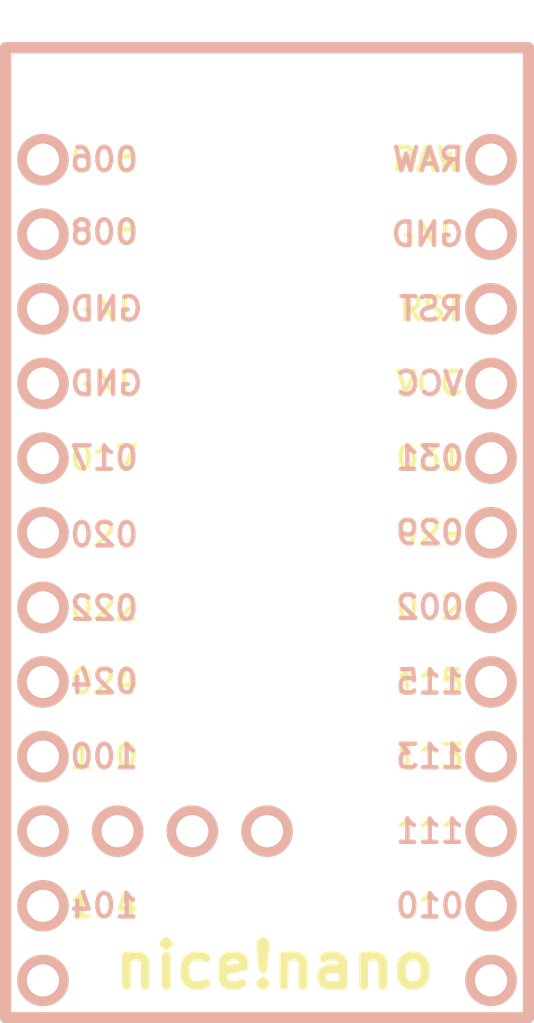
<source format=kicad_pcb>
(kicad_pcb (version 20211014) (generator pcbnew)
  (layers (0 "F.Cu" signal) (31 "B.Cu" signal) (34 "B.Paste" user) (35 "F.Paste" user) (36 "B.SilkS" user "B.Silkscreen") (37 "F.SilkS" user "F.Silkscreen") (38 "B.Mask" user) (39 "F.Mask" user) (44 "Edge.Cuts" user))
  (net 0 "")
  (footprint "nice-nano-kicad-master:nice_nano" (layer "F.Cu") (at 30.1625 35.71875 -90)
    (fp_text reference "U1" hide)
    (fp_text value "nice_nano" hide)
    (fp_text user "GND" (at -6.35 5.461) (layer "B.SilkS") (effects (font (size 0.8 0.8)) (justify mirror)))
    (fp_text user "031" (at -3.81 -5.537191) (layer "B.SilkS") (effects (font (size 0.8 0.8)) (justify mirror)))
    (fp_text user "020" (at -1.2 5.53719) (layer "B.SilkS") (effects (font (size 0.8 0.8)) (justify mirror)))
    (fp_text user "022" (at 1.3 5.53719) (layer "B.SilkS") (effects (font (size 0.8 0.8)) (justify mirror)))
    (fp_text user "010" (at 11.43 -5.537191) (layer "B.SilkS") (effects (font (size 0.8 0.8)) (justify mirror)))
    (fp_text user "024" (at 3.8 5.53719) (layer "B.SilkS") (effects (font (size 0.8 0.8)) (justify mirror)))
    (fp_text user "115" (at 3.81 -5.537191) (layer "B.SilkS") (effects (font (size 0.8 0.8)) (justify mirror)))
    (fp_text user "VCC" (at -6.35 -5.537191) (layer "B.SilkS") (effects (font (size 0.8 0.8)) (justify mirror)))
    (fp_text user "006" (at -13.97 5.53719) (layer "B.SilkS") (effects (font (size 0.8 0.8)) (justify mirror)))
    (fp_text user "GND" (at -8.89 5.461) (layer "B.SilkS") (effects (font (size 0.8 0.8)) (justify mirror)))
    (fp_text user "017" (at -3.81 5.53719) (layer "B.SilkS") (effects (font (size 0.8 0.8)) (justify mirror)))
    (fp_text user "111" (at 8.89 -5.537191) (layer "B.SilkS") (effects (font (size 0.8 0.8)) (justify mirror)))
    (fp_text user "GND" (at -11.43 -5.454667) (layer "B.SilkS") (effects (font (size 0.8 0.8)) (justify mirror)))
    (fp_text user "008" (at -11.5 5.53719) (layer "B.SilkS") (effects (font (size 0.8 0.8)) (justify mirror)))
    (fp_text user "104" (at 11.43 5.53719) (layer "B.SilkS") (effects (font (size 0.8 0.8)) (justify mirror)))
    (fp_text user "029" (at -1.27 -5.537191) (layer "B.SilkS") (effects (font (size 0.8 0.8)) (justify mirror)))
    (fp_text user "113" (at 6.35 -5.537191) (layer "B.SilkS") (effects (font (size 0.8 0.8)) (justify mirror)))
    (fp_text user "RAW" (at -13.97 -5.473715) (layer "B.SilkS") (effects (font (size 0.8 0.8)) (justify mirror)))
    (fp_text user "RST" (at -8.89 -5.588) (layer "B.SilkS") (effects (font (size 0.8 0.8)) (justify mirror)))
    (fp_text user "002" (at 1.27 -5.537191) (layer "B.SilkS") (effects (font (size 0.8 0.8)) (justify mirror)))
    (fp_text user "100" (at 6.35 5.53719) (layer "B.SilkS") (effects (font (size 0.8 0.8)) (justify mirror)))
    (fp_text user "VCC" (at -6.35 -5.537191) (layer "F.SilkS") (effects (font (size 0.8 0.8))))
    (fp_text user "GND" (at -11.43 -5.454667) (layer "F.SilkS") (effects (font (size 0.8 0.8))))
    (fp_text user "104" (at 11.43 5.53719) (layer "F.SilkS") (effects (font (size 0.8 0.8))))
    (fp_text user "024" (at 3.81 5.53719) (layer "F.SilkS") (effects (font (size 0.8 0.8))))
    (fp_text user "006" (at -13.97 5.53719) (layer "F.SilkS") (effects (font (size 0.8 0.8))))
    (fp_text user "RAW" (at -13.97 -5.473715) (layer "F.SilkS") (effects (font (size 0.8 0.8))))
    (fp_text user "113" (at 6.35 -5.537191) (layer "F.SilkS") (effects (font (size 0.8 0.8))))
    (fp_text user "GND" (at -6.35 5.461) (layer "F.SilkS") (effects (font (size 0.8 0.8))))
    (fp_text user "111" (at 8.89 -5.537191) (layer "F.SilkS") (effects (font (size 0.8 0.8))))
    (fp_text user "031" (at -3.81 -5.537191) (layer "F.SilkS") (effects (font (size 0.8 0.8))))
    (fp_text user "GND" (at -8.89 5.461) (layer "F.SilkS") (effects (font (size 0.8 0.8))))
    (fp_text user "010" (at 11.43 -5.537191) (layer "F.SilkS") (effects (font (size 0.8 0.8))))
    (fp_text user "nice!nano" (at 13.462 -0.254) (layer "F.SilkS") (effects (font (size 1.5 1.5) (thickness 0.3))))
    (fp_text user "100" (at 6.35 5.53719) (layer "F.SilkS") (effects (font (size 0.8 0.8))))
    (fp_text user "017" (at -3.8 5.53719) (layer "F.SilkS") (effects (font (size 0.8 0.8))))
    (fp_text user "115" (at 3.81 -5.537191) (layer "F.SilkS") (effects (font (size 0.8 0.8))))
    (fp_text user "008" (at -11.5 5.53719) (layer "F.SilkS") (effects (font (size 0.8 0.8))))
    (fp_text user "020" (at -1.2 5.53719) (layer "F.SilkS") (effects (font (size 0.8 0.8))))
    (fp_text user "022" (at 1.3 5.53719) (layer "F.SilkS") (effects (font (size 0.8 0.8))))
    (fp_text user "RST" (at -8.89 -5.588) (layer "F.SilkS") (effects (font (size 0.8 0.8))))
    (fp_text user "029" (at -1.27 -5.537191) (layer "F.SilkS") (effects (font (size 0.8 0.8))))
    (fp_text user "002" (at 1.27 -5.537191) (layer "F.SilkS") (effects (font (size 0.8 0.8))))
    (fp_line (start -17.78 -8.89) (end -17.78 8.89) (layer "B.SilkS") (width 0.381))
    (fp_line (start -17.78 8.89) (end 15.24 8.89) (layer "B.SilkS") (width 0.381))
    (fp_line (start 15.24 8.89) (end 15.24 -8.89) (layer "B.SilkS") (width 0.381))
    (fp_line (start 15.24 -8.89) (end -17.78 -8.89) (layer "B.SilkS") (width 0.381))
    (fp_line (start -15.24 8.89) (end 15.24 8.89) (layer "F.SilkS") (width 0.381))
    (fp_line (start -15.24 -8.89) (end -17.78 -8.89) (layer "F.SilkS") (width 0.381))
    (fp_line (start 15.24 -8.89) (end -15.24 -8.89) (layer "F.SilkS") (width 0.381))
    (fp_line (start -17.78 8.89) (end -15.24 8.89) (layer "F.SilkS") (width 0.381))
    (fp_line (start 15.24 8.89) (end 15.24 -8.89) (layer "F.SilkS") (width 0.381))
    (fp_line (start -17.78 -8.89) (end -17.78 8.89) (layer "F.SilkS") (width 0.381))
    (pad "1" thru_hole circle locked (at -13.97 7.62 270) (size 1.7526 1.7526) (drill 1.0922) (layers *.Cu *.SilkS *.Mask))
    (pad "2" thru_hole circle locked (at -11.43 7.62 270) (size 1.7526 1.7526) (drill 1.0922) (layers *.Cu *.SilkS *.Mask))
    (pad "3" thru_hole circle locked (at -8.89 7.62 270) (size 1.7526 1.7526) (drill 1.0922) (layers *.Cu *.SilkS *.Mask))
    (pad "4" thru_hole circle locked (at -6.35 7.62 270) (size 1.7526 1.7526) (drill 1.0922) (layers *.Cu *.SilkS *.Mask))
    (pad "5" thru_hole circle locked (at -3.81 7.62 270) (size 1.7526 1.7526) (drill 1.0922) (layers *.Cu *.SilkS *.Mask))
    (pad "6" thru_hole circle locked (at -1.27 7.62 270) (size 1.7526 1.7526) (drill 1.0922) (layers *.Cu *.SilkS *.Mask))
    (pad "7" thru_hole circle locked (at 1.27 7.62 270) (size 1.7526 1.7526) (drill 1.0922) (layers *.Cu *.SilkS *.Mask))
    (pad "8" thru_hole circle locked (at 3.81 7.62 270) (size 1.7526 1.7526) (drill 1.0922) (layers *.Cu *.SilkS *.Mask))
    (pad "9" thru_hole circle locked (at 6.35 7.62 270) (size 1.7526 1.7526) (drill 1.0922) (layers *.Cu *.SilkS *.Mask))
    (pad "10" thru_hole circle locked (at 8.89 7.62 270) (size 1.7526 1.7526) (drill 1.0922) (layers *.Cu *.SilkS *.Mask))
    (pad "11" thru_hole circle locked (at 11.43 7.62 270) (size 1.7526 1.7526) (drill 1.0922) (layers *.Cu *.SilkS *.Mask))
    (pad "12" thru_hole circle locked (at 13.97 7.62 270) (size 1.7526 1.7526) (drill 1.0922) (layers *.Cu *.SilkS *.Mask))
    (pad "13" thru_hole circle locked (at 13.97 -7.62 270) (size 1.7526 1.7526) (drill 1.0922) (layers *.Cu *.SilkS *.Mask))
    (pad "14" thru_hole circle locked (at 11.43 -7.62 270) (size 1.7526 1.7526) (drill 1.0922) (layers *.Cu *.SilkS *.Mask))
    (pad "15" thru_hole circle locked (at 8.89 -7.62 270) (size 1.7526 1.7526) (drill 1.0922) (layers *.Cu *.SilkS *.Mask))
    (pad "16" thru_hole circle locked (at 6.35 -7.62 270) (size 1.7526 1.7526) (drill 1.0922) (layers *.Cu *.SilkS *.Mask))
    (pad "17" thru_hole circle locked (at 3.81 -7.62 270) (size 1.7526 1.7526) (drill 1.0922) (layers *.Cu *.SilkS *.Mask))
    (pad "18" thru_hole circle locked (at 1.27 -7.62 270) (size 1.7526 1.7526) (drill 1.0922) (layers *.Cu *.SilkS *.Mask))
    (pad "19" thru_hole circle locked (at -1.27 -7.62 270) (size 1.7526 1.7526) (drill 1.0922) (layers *.Cu *.SilkS *.Mask))
    (pad "20" thru_hole circle locked (at -3.81 -7.62 270) (size 1.7526 1.7526) (drill 1.0922) (layers *.Cu *.SilkS *.Mask))
    (pad "21" thru_hole circle locked (at -6.35 -7.62 270) (size 1.7526 1.7526) (drill 1.0922) (layers *.Cu *.SilkS *.Mask))
    (pad "22" thru_hole circle locked (at -8.89 -7.62 270) (size 1.7526 1.7526) (drill 1.0922) (layers *.Cu *.SilkS *.Mask))
    (pad "23" thru_hole circle locked (at -11.43 -7.62 270) (size 1.7526 1.7526) (drill 1.0922) (layers *.Cu *.SilkS *.Mask))
    (pad "24" thru_hole circle locked (at -13.97 -7.62 270) (size 1.7526 1.7526) (drill 1.0922) (layers *.Cu *.SilkS *.Mask))
    (pad "31" thru_hole circle locked (at 8.89 5.08 270) (size 1.7526 1.7526) (drill 1.0922) (layers *.Cu *.SilkS *.Mask))
    (pad "32" thru_hole circle locked (at 8.89 2.54 270) (size 1.7526 1.7526) (drill 1.0922) (layers *.Cu *.SilkS *.Mask))
    (pad "33" thru_hole circle locked (at 8.89 0 270) (size 1.7526 1.7526) (drill 1.0922) (layers *.Cu *.SilkS *.Mask))
  )
)
</source>
